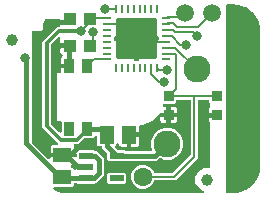
<source format=gbr>
G04 EAGLE Gerber RS-274X export*
G75*
%MOMM*%
%FSLAX34Y34*%
%LPD*%
%INTop Copper*%
%IPPOS*%
%AMOC8*
5,1,8,0,0,1.08239X$1,22.5*%
G01*
%ADD10C,1.000000*%
%ADD11R,1.240000X1.500000*%
%ADD12R,1.500000X1.240000*%
%ADD13R,0.900000X0.900000*%
%ADD14C,0.350000*%
%ADD15R,0.250000X0.800000*%
%ADD16R,0.800000X0.250000*%
%ADD17C,1.500000*%
%ADD18R,1.075000X1.000000*%
%ADD19R,1.200000X0.550000*%
%ADD20C,1.600000*%
%ADD21R,0.900000X1.200000*%
%ADD22C,2.286000*%
%ADD23C,0.406400*%
%ADD24C,0.800100*%
%ADD25C,0.203200*%
%ADD26C,0.304800*%

G36*
X290852Y-80007D02*
X290852Y-80007D01*
X290930Y-80005D01*
X294307Y-79740D01*
X294375Y-79726D01*
X294444Y-79721D01*
X294600Y-79681D01*
X301024Y-77594D01*
X301131Y-77544D01*
X301242Y-77500D01*
X301293Y-77467D01*
X301312Y-77459D01*
X301327Y-77446D01*
X301378Y-77414D01*
X306842Y-73443D01*
X306929Y-73362D01*
X306976Y-73323D01*
X306982Y-73319D01*
X306983Y-73318D01*
X307021Y-73286D01*
X307059Y-73240D01*
X307074Y-73226D01*
X307085Y-73208D01*
X307123Y-73162D01*
X311094Y-67698D01*
X311151Y-67594D01*
X311215Y-67494D01*
X311237Y-67437D01*
X311247Y-67419D01*
X311252Y-67399D01*
X311274Y-67344D01*
X313361Y-60920D01*
X313374Y-60852D01*
X313397Y-60786D01*
X313420Y-60627D01*
X313685Y-57250D01*
X313685Y-57246D01*
X313686Y-57243D01*
X313685Y-57224D01*
X313689Y-57150D01*
X313689Y57150D01*
X313687Y57172D01*
X313685Y57250D01*
X313420Y60627D01*
X313406Y60695D01*
X313401Y60764D01*
X313361Y60920D01*
X311274Y67344D01*
X311224Y67451D01*
X311180Y67562D01*
X311147Y67613D01*
X311139Y67632D01*
X311126Y67647D01*
X311094Y67698D01*
X307123Y73162D01*
X307042Y73249D01*
X306966Y73341D01*
X306920Y73379D01*
X306906Y73394D01*
X306888Y73405D01*
X306842Y73443D01*
X301378Y77414D01*
X301274Y77471D01*
X301174Y77535D01*
X301117Y77557D01*
X301099Y77567D01*
X301079Y77572D01*
X301024Y77594D01*
X294600Y79681D01*
X294532Y79694D01*
X294466Y79717D01*
X294307Y79740D01*
X290930Y80005D01*
X290908Y80004D01*
X290830Y80009D01*
X285750Y80009D01*
X285632Y79994D01*
X285513Y79987D01*
X285475Y79974D01*
X285434Y79969D01*
X285324Y79926D01*
X285211Y79889D01*
X285176Y79867D01*
X285139Y79852D01*
X285043Y79783D01*
X284942Y79719D01*
X284914Y79689D01*
X284881Y79666D01*
X284806Y79574D01*
X284724Y79487D01*
X284704Y79452D01*
X284679Y79421D01*
X284628Y79313D01*
X284570Y79209D01*
X284560Y79169D01*
X284543Y79133D01*
X284521Y79016D01*
X284491Y78901D01*
X284487Y78841D01*
X284483Y78821D01*
X284485Y78800D01*
X284481Y78740D01*
X284481Y-78740D01*
X284496Y-78858D01*
X284503Y-78977D01*
X284516Y-79015D01*
X284521Y-79056D01*
X284564Y-79166D01*
X284601Y-79279D01*
X284623Y-79314D01*
X284638Y-79351D01*
X284708Y-79447D01*
X284771Y-79548D01*
X284801Y-79576D01*
X284824Y-79609D01*
X284916Y-79685D01*
X285003Y-79766D01*
X285038Y-79786D01*
X285069Y-79811D01*
X285177Y-79862D01*
X285281Y-79920D01*
X285321Y-79930D01*
X285357Y-79947D01*
X285474Y-79969D01*
X285589Y-79999D01*
X285650Y-80003D01*
X285670Y-80007D01*
X285690Y-80005D01*
X285750Y-80009D01*
X290830Y-80009D01*
X290852Y-80007D01*
G37*
G36*
X264804Y-80007D02*
X264804Y-80007D01*
X264824Y-80009D01*
X264945Y-79987D01*
X265066Y-79969D01*
X265084Y-79961D01*
X265103Y-79958D01*
X265214Y-79903D01*
X265326Y-79853D01*
X265341Y-79841D01*
X265358Y-79832D01*
X265449Y-79749D01*
X265543Y-79670D01*
X265553Y-79653D01*
X265568Y-79640D01*
X265632Y-79535D01*
X265700Y-79433D01*
X265706Y-79414D01*
X265716Y-79398D01*
X265749Y-79279D01*
X265786Y-79162D01*
X265786Y-79142D01*
X265792Y-79123D01*
X265790Y-79001D01*
X265793Y-78878D01*
X265788Y-78859D01*
X265788Y-78839D01*
X265752Y-78721D01*
X265721Y-78603D01*
X265711Y-78586D01*
X265706Y-78567D01*
X265639Y-78464D01*
X265576Y-78358D01*
X265562Y-78345D01*
X265551Y-78328D01*
X265494Y-78282D01*
X265369Y-78164D01*
X265323Y-78140D01*
X265292Y-78115D01*
X261348Y-75837D01*
X258691Y-71236D01*
X258691Y-65924D01*
X261348Y-61323D01*
X265949Y-58666D01*
X269875Y-58666D01*
X269933Y-58658D01*
X269991Y-58660D01*
X270073Y-58638D01*
X270157Y-58626D01*
X270210Y-58603D01*
X270266Y-58588D01*
X270339Y-58545D01*
X270416Y-58510D01*
X270461Y-58472D01*
X270511Y-58443D01*
X270569Y-58381D01*
X270633Y-58327D01*
X270665Y-58278D01*
X270705Y-58235D01*
X270744Y-58160D01*
X270791Y-58090D01*
X270808Y-58034D01*
X270835Y-57982D01*
X270846Y-57914D01*
X270876Y-57819D01*
X270879Y-57719D01*
X270890Y-57651D01*
X270890Y-20579D01*
X270878Y-20492D01*
X270875Y-20405D01*
X270858Y-20352D01*
X270850Y-20297D01*
X270815Y-20218D01*
X270788Y-20134D01*
X270760Y-20095D01*
X270734Y-20038D01*
X270638Y-19925D01*
X270593Y-19861D01*
X270507Y-19775D01*
X270172Y-19196D01*
X269999Y-18549D01*
X269999Y-15737D01*
X270073Y-15718D01*
X270157Y-15706D01*
X270210Y-15682D01*
X270266Y-15668D01*
X270339Y-15625D01*
X270416Y-15590D01*
X270461Y-15552D01*
X270511Y-15522D01*
X270569Y-15461D01*
X270633Y-15406D01*
X270665Y-15358D01*
X270705Y-15315D01*
X270744Y-15240D01*
X270791Y-15170D01*
X270808Y-15114D01*
X270835Y-15062D01*
X270846Y-14994D01*
X270876Y-14899D01*
X270879Y-14799D01*
X270890Y-14731D01*
X270890Y-12699D01*
X270882Y-12641D01*
X270884Y-12583D01*
X270862Y-12501D01*
X270850Y-12418D01*
X270827Y-12364D01*
X270812Y-12308D01*
X270769Y-12235D01*
X270734Y-12158D01*
X270696Y-12113D01*
X270667Y-12063D01*
X270605Y-12005D01*
X270551Y-11941D01*
X270502Y-11909D01*
X270459Y-11869D01*
X270384Y-11830D01*
X270314Y-11784D01*
X270258Y-11766D01*
X270206Y-11739D01*
X270138Y-11728D01*
X270043Y-11698D01*
X269999Y-11697D01*
X269999Y-8881D01*
X270172Y-8234D01*
X270507Y-7655D01*
X270593Y-7569D01*
X270645Y-7499D01*
X270705Y-7435D01*
X270731Y-7386D01*
X270764Y-7342D01*
X270795Y-7260D01*
X270835Y-7182D01*
X270843Y-7135D01*
X270865Y-7076D01*
X270877Y-6928D01*
X270890Y-6851D01*
X270890Y-3860D01*
X270882Y-3803D01*
X270884Y-3749D01*
X270876Y-3722D01*
X270875Y-3686D01*
X270858Y-3634D01*
X270850Y-3579D01*
X270823Y-3519D01*
X270812Y-3474D01*
X270800Y-3455D01*
X270788Y-3416D01*
X270760Y-3377D01*
X270734Y-3320D01*
X270686Y-3263D01*
X270667Y-3230D01*
X270632Y-3197D01*
X270593Y-3143D01*
X270507Y-3057D01*
X270507Y-1779D01*
X270500Y-1730D01*
X270501Y-1719D01*
X270499Y-1714D01*
X270501Y-1663D01*
X270479Y-1581D01*
X270467Y-1497D01*
X270444Y-1444D01*
X270429Y-1388D01*
X270386Y-1315D01*
X270351Y-1238D01*
X270313Y-1193D01*
X270284Y-1143D01*
X270222Y-1085D01*
X270168Y-1021D01*
X270119Y-989D01*
X270076Y-949D01*
X270001Y-910D01*
X269931Y-863D01*
X269875Y-846D01*
X269823Y-819D01*
X269755Y-808D01*
X269660Y-778D01*
X269560Y-775D01*
X269492Y-764D01*
X261874Y-764D01*
X261816Y-772D01*
X261758Y-770D01*
X261676Y-792D01*
X261592Y-804D01*
X261539Y-827D01*
X261483Y-842D01*
X261410Y-885D01*
X261333Y-920D01*
X261288Y-958D01*
X261238Y-987D01*
X261180Y-1049D01*
X261116Y-1103D01*
X261084Y-1152D01*
X261044Y-1195D01*
X261005Y-1270D01*
X260958Y-1340D01*
X260941Y-1396D01*
X260914Y-1448D01*
X260903Y-1516D01*
X260873Y-1611D01*
X260870Y-1711D01*
X260859Y-1779D01*
X260859Y-50158D01*
X241928Y-69089D01*
X224270Y-69089D01*
X224268Y-69089D01*
X224267Y-69089D01*
X224127Y-69109D01*
X223988Y-69129D01*
X223987Y-69129D01*
X223985Y-69129D01*
X223859Y-69186D01*
X223729Y-69245D01*
X223728Y-69246D01*
X223726Y-69247D01*
X223619Y-69338D01*
X223512Y-69428D01*
X223511Y-69430D01*
X223510Y-69431D01*
X223502Y-69444D01*
X223354Y-69665D01*
X223345Y-69694D01*
X223332Y-69715D01*
X222500Y-71723D01*
X219678Y-74545D01*
X215991Y-76073D01*
X211999Y-76073D01*
X208312Y-74545D01*
X205490Y-71723D01*
X203962Y-68036D01*
X203962Y-64044D01*
X205490Y-60357D01*
X208312Y-57535D01*
X211999Y-56007D01*
X215991Y-56007D01*
X219678Y-57535D01*
X222500Y-60357D01*
X223332Y-62365D01*
X223333Y-62366D01*
X223333Y-62367D01*
X223405Y-62488D01*
X223476Y-62609D01*
X223478Y-62610D01*
X223478Y-62612D01*
X223583Y-62710D01*
X223683Y-62805D01*
X223685Y-62805D01*
X223686Y-62806D01*
X223811Y-62871D01*
X223936Y-62935D01*
X223937Y-62935D01*
X223939Y-62936D01*
X223954Y-62938D01*
X224215Y-62990D01*
X224245Y-62987D01*
X224270Y-62991D01*
X238982Y-62991D01*
X239068Y-62979D01*
X239156Y-62976D01*
X239208Y-62959D01*
X239263Y-62951D01*
X239343Y-62916D01*
X239426Y-62889D01*
X239465Y-62861D01*
X239523Y-62835D01*
X239636Y-62739D01*
X239700Y-62694D01*
X254464Y-47930D01*
X254516Y-47860D01*
X254576Y-47796D01*
X254602Y-47746D01*
X254635Y-47702D01*
X254666Y-47621D01*
X254706Y-47543D01*
X254714Y-47495D01*
X254736Y-47437D01*
X254748Y-47289D01*
X254761Y-47212D01*
X254761Y-1779D01*
X254754Y-1730D01*
X254755Y-1719D01*
X254753Y-1714D01*
X254755Y-1663D01*
X254733Y-1581D01*
X254721Y-1497D01*
X254698Y-1444D01*
X254683Y-1388D01*
X254640Y-1315D01*
X254605Y-1238D01*
X254567Y-1193D01*
X254538Y-1143D01*
X254476Y-1085D01*
X254422Y-1021D01*
X254373Y-989D01*
X254330Y-949D01*
X254255Y-910D01*
X254185Y-863D01*
X254129Y-846D01*
X254077Y-819D01*
X254009Y-808D01*
X253914Y-778D01*
X253814Y-775D01*
X253746Y-764D01*
X243588Y-764D01*
X243530Y-772D01*
X243472Y-770D01*
X243390Y-792D01*
X243306Y-804D01*
X243253Y-827D01*
X243197Y-842D01*
X243124Y-885D01*
X243047Y-920D01*
X243002Y-958D01*
X242952Y-987D01*
X242894Y-1049D01*
X242830Y-1103D01*
X242798Y-1152D01*
X242758Y-1195D01*
X242719Y-1270D01*
X242672Y-1340D01*
X242655Y-1396D01*
X242628Y-1448D01*
X242617Y-1516D01*
X242587Y-1611D01*
X242584Y-1711D01*
X242573Y-1779D01*
X242573Y-3057D01*
X241382Y-4248D01*
X232326Y-4248D01*
X232324Y-4248D01*
X232322Y-4248D01*
X232182Y-4268D01*
X232044Y-4288D01*
X232043Y-4288D01*
X232041Y-4288D01*
X231911Y-4347D01*
X231785Y-4404D01*
X231784Y-4405D01*
X231782Y-4406D01*
X231675Y-4496D01*
X231568Y-4587D01*
X231567Y-4589D01*
X231566Y-4590D01*
X231558Y-4602D01*
X231410Y-4824D01*
X231401Y-4853D01*
X231388Y-4874D01*
X231224Y-5271D01*
X231195Y-5381D01*
X231160Y-5491D01*
X231160Y-5519D01*
X231153Y-5546D01*
X231156Y-5660D01*
X231153Y-5775D01*
X231160Y-5802D01*
X231161Y-5830D01*
X231196Y-5940D01*
X231225Y-6050D01*
X231239Y-6074D01*
X231247Y-6101D01*
X231312Y-6196D01*
X231370Y-6295D01*
X231390Y-6314D01*
X231406Y-6337D01*
X231494Y-6411D01*
X231577Y-6489D01*
X231602Y-6502D01*
X231623Y-6520D01*
X231728Y-6566D01*
X231831Y-6619D01*
X231855Y-6623D01*
X231883Y-6635D01*
X232147Y-6672D01*
X232162Y-6674D01*
X234009Y-6674D01*
X234009Y-11684D01*
X229245Y-11684D01*
X229244Y-11684D01*
X229242Y-11684D01*
X229100Y-11704D01*
X228964Y-11724D01*
X228963Y-11724D01*
X228961Y-11724D01*
X228829Y-11784D01*
X228705Y-11840D01*
X228703Y-11841D01*
X228702Y-11842D01*
X228593Y-11935D01*
X228488Y-12024D01*
X228487Y-12025D01*
X228485Y-12026D01*
X228477Y-12039D01*
X228330Y-12260D01*
X228321Y-12289D01*
X228307Y-12311D01*
X228235Y-12485D01*
X222035Y-18685D01*
X213934Y-22041D01*
X212296Y-22041D01*
X212238Y-22049D01*
X212180Y-22047D01*
X212098Y-22069D01*
X212014Y-22081D01*
X211961Y-22104D01*
X211905Y-22119D01*
X211832Y-22162D01*
X211755Y-22197D01*
X211710Y-22235D01*
X211660Y-22264D01*
X211602Y-22326D01*
X211538Y-22380D01*
X211506Y-22429D01*
X211466Y-22472D01*
X211427Y-22547D01*
X211380Y-22617D01*
X211363Y-22673D01*
X211336Y-22725D01*
X211325Y-22793D01*
X211295Y-22888D01*
X211292Y-22988D01*
X211281Y-23056D01*
X211281Y-28449D01*
X203556Y-28449D01*
X203498Y-28457D01*
X203440Y-28455D01*
X203358Y-28477D01*
X203275Y-28489D01*
X203221Y-28513D01*
X203165Y-28527D01*
X203092Y-28570D01*
X203015Y-28605D01*
X202971Y-28643D01*
X202920Y-28673D01*
X202863Y-28734D01*
X202798Y-28789D01*
X202766Y-28837D01*
X202726Y-28880D01*
X202687Y-28955D01*
X202641Y-29025D01*
X202623Y-29081D01*
X202596Y-29133D01*
X202585Y-29201D01*
X202555Y-29296D01*
X202552Y-29396D01*
X202541Y-29464D01*
X202541Y-30481D01*
X201524Y-30481D01*
X201466Y-30489D01*
X201408Y-30488D01*
X201326Y-30509D01*
X201243Y-30521D01*
X201189Y-30545D01*
X201133Y-30559D01*
X201060Y-30602D01*
X200983Y-30637D01*
X200938Y-30675D01*
X200888Y-30705D01*
X200830Y-30766D01*
X200766Y-30821D01*
X200734Y-30869D01*
X200694Y-30912D01*
X200655Y-30987D01*
X200609Y-31057D01*
X200591Y-31113D01*
X200564Y-31165D01*
X200553Y-31233D01*
X200523Y-31328D01*
X200520Y-31428D01*
X200509Y-31496D01*
X200509Y-40521D01*
X196006Y-40521D01*
X195359Y-40348D01*
X194780Y-40013D01*
X194307Y-39540D01*
X193972Y-38961D01*
X193769Y-38200D01*
X193765Y-38191D01*
X193763Y-38181D01*
X193709Y-38060D01*
X193657Y-37939D01*
X193651Y-37931D01*
X193647Y-37922D01*
X193562Y-37821D01*
X193478Y-37718D01*
X193470Y-37712D01*
X193463Y-37705D01*
X193353Y-37632D01*
X193244Y-37556D01*
X193235Y-37553D01*
X193227Y-37547D01*
X193100Y-37507D01*
X192975Y-37465D01*
X192965Y-37465D01*
X192956Y-37462D01*
X192823Y-37458D01*
X192691Y-37452D01*
X192681Y-37455D01*
X192672Y-37454D01*
X192544Y-37488D01*
X192415Y-37519D01*
X192406Y-37524D01*
X192397Y-37526D01*
X192283Y-37594D01*
X192167Y-37659D01*
X192161Y-37666D01*
X192152Y-37671D01*
X192062Y-37768D01*
X191969Y-37863D01*
X191964Y-37872D01*
X191958Y-37879D01*
X191898Y-37996D01*
X191835Y-38114D01*
X191833Y-38123D01*
X191828Y-38132D01*
X191819Y-38187D01*
X191775Y-38392D01*
X191779Y-38427D01*
X191773Y-38463D01*
X191773Y-38822D01*
X190782Y-39812D01*
X190747Y-39859D01*
X190705Y-39899D01*
X190662Y-39972D01*
X190612Y-40039D01*
X190591Y-40094D01*
X190561Y-40145D01*
X190540Y-40226D01*
X190510Y-40305D01*
X190505Y-40363D01*
X190491Y-40420D01*
X190494Y-40504D01*
X190487Y-40588D01*
X190498Y-40646D01*
X190500Y-40704D01*
X190526Y-40785D01*
X190543Y-40867D01*
X190570Y-40919D01*
X190588Y-40975D01*
X190628Y-41031D01*
X190674Y-41119D01*
X190742Y-41192D01*
X190782Y-41248D01*
X192739Y-43205D01*
X192809Y-43257D01*
X192873Y-43317D01*
X192922Y-43343D01*
X192967Y-43376D01*
X193048Y-43407D01*
X193126Y-43447D01*
X193174Y-43455D01*
X193232Y-43477D01*
X193380Y-43489D01*
X193457Y-43502D01*
X198913Y-43502D01*
X199334Y-43923D01*
X199403Y-43975D01*
X199467Y-44035D01*
X199517Y-44061D01*
X199561Y-44094D01*
X199643Y-44125D01*
X199720Y-44165D01*
X199768Y-44173D01*
X199826Y-44195D01*
X199974Y-44207D01*
X200052Y-44220D01*
X221394Y-44220D01*
X221507Y-44204D01*
X221622Y-44194D01*
X221648Y-44184D01*
X221675Y-44180D01*
X221780Y-44133D01*
X221887Y-44092D01*
X221909Y-44076D01*
X221935Y-44064D01*
X222022Y-43990D01*
X222114Y-43921D01*
X222130Y-43898D01*
X222152Y-43881D01*
X222215Y-43785D01*
X222284Y-43693D01*
X222294Y-43667D01*
X222309Y-43644D01*
X222344Y-43534D01*
X222384Y-43427D01*
X222387Y-43399D01*
X222395Y-43373D01*
X222398Y-43258D01*
X222407Y-43144D01*
X222401Y-43119D01*
X222402Y-43089D01*
X222335Y-42832D01*
X222332Y-42816D01*
X221487Y-40778D01*
X221487Y-35422D01*
X223537Y-30474D01*
X227324Y-26687D01*
X232272Y-24637D01*
X237628Y-24637D01*
X242576Y-26687D01*
X246363Y-30474D01*
X248413Y-35422D01*
X248413Y-40778D01*
X246363Y-45726D01*
X242576Y-49513D01*
X237628Y-51563D01*
X232272Y-51563D01*
X229338Y-50347D01*
X229336Y-50347D01*
X229335Y-50346D01*
X229202Y-50312D01*
X229062Y-50276D01*
X229061Y-50276D01*
X229059Y-50276D01*
X228918Y-50280D01*
X228778Y-50284D01*
X228777Y-50285D01*
X228775Y-50285D01*
X228641Y-50328D01*
X228507Y-50371D01*
X228506Y-50372D01*
X228504Y-50372D01*
X228492Y-50381D01*
X228271Y-50529D01*
X228251Y-50553D01*
X228231Y-50567D01*
X226449Y-52350D01*
X200052Y-52350D01*
X199965Y-52362D01*
X199877Y-52365D01*
X199825Y-52382D01*
X199770Y-52390D01*
X199690Y-52425D01*
X199607Y-52452D01*
X199568Y-52480D01*
X199511Y-52506D01*
X199397Y-52602D01*
X199334Y-52647D01*
X198913Y-53068D01*
X185229Y-53068D01*
X184038Y-51877D01*
X184038Y-46421D01*
X184026Y-46335D01*
X184023Y-46247D01*
X184006Y-46195D01*
X183998Y-46140D01*
X183963Y-46060D01*
X183936Y-45977D01*
X183908Y-45937D01*
X183882Y-45880D01*
X183786Y-45767D01*
X183741Y-45703D01*
X179475Y-41438D01*
X179475Y-41028D01*
X179467Y-40970D01*
X179469Y-40912D01*
X179447Y-40830D01*
X179435Y-40746D01*
X179412Y-40693D01*
X179397Y-40637D01*
X179354Y-40564D01*
X179319Y-40487D01*
X179281Y-40442D01*
X179252Y-40392D01*
X179190Y-40334D01*
X179136Y-40270D01*
X179087Y-40238D01*
X179044Y-40198D01*
X178969Y-40159D01*
X178899Y-40112D01*
X178843Y-40095D01*
X178791Y-40068D01*
X178723Y-40057D01*
X178628Y-40027D01*
X178528Y-40024D01*
X178460Y-40013D01*
X176498Y-40013D01*
X175307Y-38822D01*
X175307Y-32633D01*
X175303Y-32604D01*
X175306Y-32575D01*
X175283Y-32464D01*
X175267Y-32352D01*
X175255Y-32325D01*
X175250Y-32296D01*
X175197Y-32196D01*
X175151Y-32093D01*
X175132Y-32070D01*
X175119Y-32044D01*
X175041Y-31962D01*
X174968Y-31876D01*
X174943Y-31859D01*
X174923Y-31838D01*
X174825Y-31781D01*
X174731Y-31718D01*
X174703Y-31709D01*
X174678Y-31694D01*
X174568Y-31666D01*
X174460Y-31632D01*
X174430Y-31631D01*
X174402Y-31624D01*
X174289Y-31628D01*
X174176Y-31625D01*
X174147Y-31632D01*
X174118Y-31633D01*
X174010Y-31668D01*
X173901Y-31697D01*
X173875Y-31712D01*
X173847Y-31721D01*
X173783Y-31766D01*
X173656Y-31842D01*
X173613Y-31888D01*
X173574Y-31916D01*
X172227Y-33263D01*
X165228Y-33263D01*
X165141Y-33275D01*
X165054Y-33278D01*
X165001Y-33295D01*
X164946Y-33303D01*
X164866Y-33338D01*
X164783Y-33365D01*
X164744Y-33393D01*
X164687Y-33419D01*
X164574Y-33515D01*
X164510Y-33560D01*
X159588Y-38482D01*
X156528Y-38482D01*
X156490Y-38487D01*
X156451Y-38485D01*
X156349Y-38507D01*
X156247Y-38522D01*
X156211Y-38538D01*
X156173Y-38546D01*
X156082Y-38595D01*
X155988Y-38638D01*
X155958Y-38663D01*
X155923Y-38682D01*
X155849Y-38755D01*
X155771Y-38821D01*
X155749Y-38854D01*
X155721Y-38881D01*
X155670Y-38972D01*
X155613Y-39058D01*
X155601Y-39095D01*
X155582Y-39129D01*
X155558Y-39230D01*
X155527Y-39329D01*
X155526Y-39368D01*
X155517Y-39406D01*
X155523Y-39510D01*
X155520Y-39613D01*
X155530Y-39651D01*
X155532Y-39690D01*
X155559Y-39763D01*
X155592Y-39888D01*
X155630Y-39952D01*
X155649Y-40005D01*
X155918Y-40469D01*
X156091Y-41116D01*
X156091Y-44188D01*
X156095Y-44217D01*
X156092Y-44246D01*
X156115Y-44357D01*
X156131Y-44469D01*
X156143Y-44496D01*
X156148Y-44525D01*
X156201Y-44625D01*
X156247Y-44728D01*
X156266Y-44751D01*
X156279Y-44777D01*
X156357Y-44859D01*
X156430Y-44945D01*
X156455Y-44962D01*
X156475Y-44983D01*
X156573Y-45040D01*
X156667Y-45103D01*
X156695Y-45112D01*
X156720Y-45127D01*
X156830Y-45155D01*
X156938Y-45189D01*
X156968Y-45190D01*
X156996Y-45197D01*
X157109Y-45193D01*
X157222Y-45196D01*
X157251Y-45189D01*
X157280Y-45188D01*
X157388Y-45153D01*
X157497Y-45124D01*
X157523Y-45109D01*
X157551Y-45100D01*
X157615Y-45055D01*
X157742Y-44979D01*
X157785Y-44933D01*
X157824Y-44905D01*
X159227Y-43502D01*
X172911Y-43502D01*
X173332Y-43923D01*
X173401Y-43975D01*
X173465Y-44035D01*
X173515Y-44061D01*
X173559Y-44094D01*
X173641Y-44125D01*
X173718Y-44165D01*
X173766Y-44173D01*
X173824Y-44195D01*
X173972Y-44207D01*
X174050Y-44220D01*
X175699Y-44220D01*
X181230Y-49751D01*
X181230Y-64549D01*
X174429Y-71350D01*
X174049Y-71350D01*
X173963Y-71362D01*
X173875Y-71365D01*
X173823Y-71382D01*
X173768Y-71390D01*
X173688Y-71425D01*
X173605Y-71452D01*
X173566Y-71480D01*
X173509Y-71506D01*
X173395Y-71602D01*
X173332Y-71647D01*
X172911Y-72068D01*
X159227Y-72068D01*
X158806Y-71647D01*
X158737Y-71595D01*
X158673Y-71535D01*
X158623Y-71509D01*
X158579Y-71476D01*
X158497Y-71445D01*
X158420Y-71405D01*
X158372Y-71397D01*
X158314Y-71375D01*
X158166Y-71363D01*
X158088Y-71350D01*
X156598Y-71350D01*
X156540Y-71358D01*
X156482Y-71356D01*
X156400Y-71378D01*
X156316Y-71390D01*
X156263Y-71413D01*
X156207Y-71428D01*
X156134Y-71471D01*
X156057Y-71506D01*
X156012Y-71544D01*
X155962Y-71573D01*
X155904Y-71635D01*
X155840Y-71689D01*
X155808Y-71738D01*
X155768Y-71781D01*
X155729Y-71856D01*
X155682Y-71926D01*
X155665Y-71982D01*
X155638Y-72034D01*
X155627Y-72102D01*
X155597Y-72197D01*
X155594Y-72297D01*
X155583Y-72365D01*
X155583Y-73692D01*
X154392Y-74883D01*
X139289Y-74883D01*
X139181Y-74898D01*
X139073Y-74906D01*
X139041Y-74918D01*
X139007Y-74923D01*
X138908Y-74967D01*
X138806Y-75005D01*
X138779Y-75025D01*
X138748Y-75039D01*
X138665Y-75109D01*
X138577Y-75174D01*
X138557Y-75201D01*
X138531Y-75222D01*
X138471Y-75313D01*
X138404Y-75399D01*
X138392Y-75431D01*
X138373Y-75459D01*
X138340Y-75563D01*
X138301Y-75664D01*
X138298Y-75698D01*
X138287Y-75730D01*
X138285Y-75839D01*
X138275Y-75947D01*
X138281Y-75980D01*
X138280Y-76014D01*
X138308Y-76119D01*
X138328Y-76226D01*
X138343Y-76257D01*
X138352Y-76289D01*
X138407Y-76383D01*
X138457Y-76480D01*
X138478Y-76502D01*
X138497Y-76534D01*
X138657Y-76683D01*
X138692Y-76719D01*
X140153Y-77781D01*
X140404Y-77914D01*
X140420Y-77917D01*
X140432Y-77923D01*
X140433Y-77924D01*
X140436Y-77925D01*
X145991Y-79730D01*
X146151Y-79758D01*
X146225Y-79776D01*
X149145Y-80006D01*
X149190Y-80003D01*
X149225Y-80009D01*
X264785Y-80009D01*
X264804Y-80007D01*
G37*
G36*
X135081Y-51135D02*
X135081Y-51135D01*
X135110Y-51136D01*
X135220Y-51107D01*
X135331Y-51085D01*
X135357Y-51071D01*
X135385Y-51064D01*
X135483Y-51006D01*
X135583Y-50954D01*
X135605Y-50934D01*
X135630Y-50919D01*
X135707Y-50836D01*
X135789Y-50758D01*
X135804Y-50733D01*
X135824Y-50711D01*
X135876Y-50611D01*
X135933Y-50513D01*
X135940Y-50484D01*
X135954Y-50458D01*
X135967Y-50381D01*
X136003Y-50237D01*
X136001Y-50175D01*
X136009Y-50127D01*
X136009Y-49681D01*
X145034Y-49681D01*
X145092Y-49673D01*
X145150Y-49674D01*
X145232Y-49653D01*
X145315Y-49641D01*
X145369Y-49617D01*
X145425Y-49603D01*
X145498Y-49560D01*
X145575Y-49525D01*
X145619Y-49487D01*
X145670Y-49457D01*
X145727Y-49396D01*
X145792Y-49341D01*
X145824Y-49293D01*
X145864Y-49250D01*
X145903Y-49175D01*
X145949Y-49105D01*
X145967Y-49049D01*
X145994Y-48997D01*
X146005Y-48929D01*
X146035Y-48834D01*
X146038Y-48734D01*
X146049Y-48666D01*
X146049Y-46634D01*
X146041Y-46576D01*
X146042Y-46518D01*
X146021Y-46436D01*
X146009Y-46353D01*
X145985Y-46299D01*
X145971Y-46243D01*
X145928Y-46170D01*
X145893Y-46093D01*
X145855Y-46048D01*
X145825Y-45998D01*
X145764Y-45940D01*
X145709Y-45876D01*
X145661Y-45844D01*
X145618Y-45804D01*
X145543Y-45765D01*
X145473Y-45719D01*
X145417Y-45701D01*
X145365Y-45674D01*
X145297Y-45663D01*
X145202Y-45633D01*
X145102Y-45630D01*
X145034Y-45619D01*
X136009Y-45619D01*
X136009Y-41116D01*
X136182Y-40469D01*
X136517Y-39890D01*
X136990Y-39417D01*
X137569Y-39082D01*
X138216Y-38909D01*
X141489Y-38909D01*
X141518Y-38905D01*
X141548Y-38908D01*
X141659Y-38885D01*
X141771Y-38869D01*
X141797Y-38857D01*
X141826Y-38852D01*
X141927Y-38800D01*
X142030Y-38753D01*
X142053Y-38734D01*
X142079Y-38721D01*
X142161Y-38643D01*
X142247Y-38570D01*
X142263Y-38545D01*
X142285Y-38525D01*
X142342Y-38427D01*
X142405Y-38333D01*
X142414Y-38305D01*
X142428Y-38280D01*
X142456Y-38170D01*
X142491Y-38062D01*
X142491Y-38032D01*
X142499Y-38004D01*
X142495Y-37891D01*
X142498Y-37778D01*
X142490Y-37749D01*
X142489Y-37720D01*
X142455Y-37612D01*
X142426Y-37503D01*
X142411Y-37477D01*
X142402Y-37449D01*
X142356Y-37386D01*
X142281Y-37258D01*
X142235Y-37215D01*
X142207Y-37176D01*
X129158Y-24127D01*
X129158Y48463D01*
X141402Y60707D01*
X143426Y60707D01*
X143475Y60714D01*
X143523Y60711D01*
X143615Y60733D01*
X143708Y60747D01*
X143752Y60767D01*
X143800Y60778D01*
X143881Y60824D01*
X143967Y60863D01*
X144004Y60894D01*
X144047Y60918D01*
X144113Y60986D01*
X144184Y61046D01*
X144211Y61087D01*
X144245Y61122D01*
X144290Y61205D01*
X144342Y61283D01*
X144357Y61330D01*
X144380Y61373D01*
X144399Y61465D01*
X144428Y61554D01*
X144429Y61603D01*
X144439Y61651D01*
X144432Y61725D01*
X144435Y61838D01*
X144413Y61922D01*
X144407Y61985D01*
X144239Y62611D01*
X144239Y66675D01*
X144231Y66733D01*
X144233Y66791D01*
X144211Y66873D01*
X144199Y66957D01*
X144176Y67010D01*
X144161Y67066D01*
X144118Y67139D01*
X144083Y67216D01*
X144045Y67261D01*
X144016Y67311D01*
X143954Y67369D01*
X143900Y67433D01*
X143851Y67465D01*
X143808Y67505D01*
X143733Y67544D01*
X143663Y67591D01*
X143607Y67608D01*
X143555Y67635D01*
X143487Y67646D01*
X143392Y67676D01*
X143292Y67679D01*
X143224Y67690D01*
X131900Y67690D01*
X131859Y67684D01*
X131817Y67687D01*
X131719Y67665D01*
X131619Y67650D01*
X131581Y67633D01*
X131540Y67624D01*
X131451Y67576D01*
X131359Y67534D01*
X131327Y67507D01*
X131291Y67487D01*
X131219Y67416D01*
X131142Y67351D01*
X131119Y67316D01*
X131090Y67286D01*
X131054Y67218D01*
X130985Y67114D01*
X130961Y67040D01*
X130935Y66989D01*
X129820Y63559D01*
X129792Y63399D01*
X129774Y63325D01*
X129544Y60405D01*
X129547Y60360D01*
X129541Y60325D01*
X129541Y59273D01*
X128052Y57784D01*
X121285Y57784D01*
X121227Y57776D01*
X121169Y57778D01*
X121087Y57756D01*
X121004Y57744D01*
X120950Y57721D01*
X120894Y57706D01*
X120821Y57663D01*
X120744Y57628D01*
X120699Y57590D01*
X120649Y57561D01*
X120591Y57499D01*
X120527Y57445D01*
X120495Y57396D01*
X120455Y57353D01*
X120416Y57278D01*
X120370Y57208D01*
X120352Y57152D01*
X120325Y57100D01*
X120314Y57032D01*
X120284Y56937D01*
X120281Y56837D01*
X120270Y56769D01*
X120270Y35845D01*
X120274Y35815D01*
X120272Y35784D01*
X120289Y35707D01*
X120310Y35564D01*
X120333Y35511D01*
X120333Y33081D01*
X120325Y33066D01*
X120312Y32989D01*
X120276Y32848D01*
X120278Y32783D01*
X120270Y32735D01*
X120270Y-36418D01*
X120277Y-36466D01*
X120276Y-36470D01*
X120278Y-36475D01*
X120282Y-36505D01*
X120285Y-36592D01*
X120302Y-36645D01*
X120310Y-36700D01*
X120345Y-36780D01*
X120372Y-36863D01*
X120400Y-36902D01*
X120426Y-36959D01*
X120522Y-37072D01*
X120567Y-37136D01*
X134276Y-50845D01*
X134300Y-50863D01*
X134319Y-50885D01*
X134413Y-50948D01*
X134503Y-51016D01*
X134531Y-51026D01*
X134555Y-51043D01*
X134663Y-51077D01*
X134769Y-51117D01*
X134798Y-51120D01*
X134826Y-51129D01*
X134940Y-51131D01*
X135052Y-51141D01*
X135081Y-51135D01*
G37*
G36*
X144424Y-28818D02*
X144424Y-28818D01*
X144453Y-28819D01*
X144563Y-28790D01*
X144674Y-28768D01*
X144700Y-28754D01*
X144728Y-28747D01*
X144826Y-28689D01*
X144926Y-28637D01*
X144948Y-28617D01*
X144973Y-28602D01*
X145050Y-28519D01*
X145132Y-28441D01*
X145147Y-28416D01*
X145167Y-28394D01*
X145219Y-28294D01*
X145276Y-28196D01*
X145283Y-28167D01*
X145297Y-28141D01*
X145310Y-28064D01*
X145346Y-27920D01*
X145344Y-27858D01*
X145352Y-27810D01*
X145352Y-20016D01*
X145344Y-19958D01*
X145346Y-19900D01*
X145324Y-19818D01*
X145312Y-19734D01*
X145289Y-19681D01*
X145274Y-19625D01*
X145231Y-19552D01*
X145196Y-19475D01*
X145158Y-19430D01*
X145129Y-19380D01*
X145067Y-19322D01*
X145013Y-19258D01*
X144964Y-19226D01*
X144921Y-19186D01*
X144846Y-19147D01*
X144776Y-19100D01*
X144720Y-19083D01*
X144668Y-19056D01*
X144600Y-19045D01*
X144505Y-19015D01*
X144405Y-19012D01*
X144337Y-19001D01*
X141115Y-19001D01*
X141114Y-19000D01*
X141114Y21540D01*
X141115Y21541D01*
X143829Y21541D01*
X143887Y21549D01*
X143945Y21547D01*
X144027Y21569D01*
X144111Y21581D01*
X144164Y21604D01*
X144220Y21619D01*
X144293Y21662D01*
X144370Y21697D01*
X144415Y21735D01*
X144465Y21764D01*
X144523Y21826D01*
X144587Y21880D01*
X144619Y21929D01*
X144659Y21972D01*
X144698Y22047D01*
X144745Y22117D01*
X144762Y22173D01*
X144789Y22225D01*
X144800Y22293D01*
X144830Y22388D01*
X144833Y22488D01*
X144844Y22556D01*
X144844Y25739D01*
X150869Y25739D01*
X150927Y25747D01*
X150985Y25745D01*
X151067Y25767D01*
X151150Y25779D01*
X151204Y25803D01*
X151260Y25817D01*
X151333Y25860D01*
X151410Y25895D01*
X151454Y25933D01*
X151505Y25963D01*
X151562Y26024D01*
X151627Y26079D01*
X151659Y26127D01*
X151699Y26170D01*
X151738Y26245D01*
X151784Y26315D01*
X151802Y26371D01*
X151829Y26423D01*
X151840Y26491D01*
X151870Y26586D01*
X151873Y26686D01*
X151884Y26754D01*
X151884Y27771D01*
X152901Y27771D01*
X152959Y27779D01*
X153017Y27778D01*
X153099Y27799D01*
X153182Y27811D01*
X153236Y27835D01*
X153292Y27849D01*
X153365Y27892D01*
X153442Y27927D01*
X153486Y27965D01*
X153537Y27995D01*
X153594Y28056D01*
X153659Y28111D01*
X153691Y28159D01*
X153731Y28202D01*
X153770Y28277D01*
X153816Y28347D01*
X153834Y28403D01*
X153861Y28455D01*
X153872Y28523D01*
X153902Y28618D01*
X153905Y28718D01*
X153916Y28786D01*
X153916Y36640D01*
X153929Y36650D01*
X153961Y36699D01*
X154001Y36742D01*
X154040Y36817D01*
X154086Y36887D01*
X154104Y36943D01*
X154131Y36995D01*
X154142Y37063D01*
X154172Y37158D01*
X154175Y37258D01*
X154186Y37326D01*
X154186Y44069D01*
X154178Y44127D01*
X154179Y44185D01*
X154158Y44267D01*
X154146Y44350D01*
X154122Y44404D01*
X154108Y44460D01*
X154065Y44533D01*
X154030Y44610D01*
X153992Y44654D01*
X153962Y44705D01*
X153901Y44762D01*
X153846Y44827D01*
X153798Y44859D01*
X153755Y44899D01*
X153680Y44938D01*
X153610Y44984D01*
X153554Y45002D01*
X153502Y45029D01*
X153434Y45040D01*
X153339Y45070D01*
X153239Y45073D01*
X153171Y45084D01*
X152154Y45084D01*
X152154Y46101D01*
X152146Y46159D01*
X152147Y46217D01*
X152126Y46299D01*
X152114Y46382D01*
X152090Y46436D01*
X152076Y46492D01*
X152033Y46565D01*
X151998Y46642D01*
X151960Y46686D01*
X151930Y46737D01*
X151869Y46794D01*
X151814Y46859D01*
X151766Y46891D01*
X151723Y46931D01*
X151648Y46970D01*
X151578Y47016D01*
X151522Y47034D01*
X151470Y47061D01*
X151402Y47072D01*
X151307Y47102D01*
X151207Y47105D01*
X151139Y47116D01*
X144239Y47116D01*
X144239Y50419D01*
X144380Y50946D01*
X144383Y50966D01*
X144390Y50984D01*
X144400Y51106D01*
X144415Y51228D01*
X144412Y51248D01*
X144413Y51267D01*
X144389Y51387D01*
X144370Y51509D01*
X144361Y51527D01*
X144357Y51546D01*
X144301Y51655D01*
X144248Y51766D01*
X144235Y51781D01*
X144226Y51798D01*
X144142Y51887D01*
X144061Y51980D01*
X144044Y51990D01*
X144031Y52004D01*
X143925Y52066D01*
X143821Y52133D01*
X143802Y52138D01*
X143785Y52148D01*
X143667Y52178D01*
X143548Y52213D01*
X143529Y52213D01*
X143510Y52218D01*
X143387Y52214D01*
X143264Y52215D01*
X143245Y52210D01*
X143226Y52209D01*
X143109Y52171D01*
X142991Y52138D01*
X142974Y52128D01*
X142955Y52122D01*
X142895Y52079D01*
X142749Y51988D01*
X142715Y51950D01*
X142682Y51927D01*
X136569Y45814D01*
X136517Y45744D01*
X136457Y45680D01*
X136431Y45631D01*
X136398Y45587D01*
X136367Y45505D01*
X136327Y45427D01*
X136319Y45380D01*
X136297Y45321D01*
X136285Y45174D01*
X136272Y45096D01*
X136272Y-20760D01*
X136284Y-20847D01*
X136287Y-20934D01*
X136304Y-20987D01*
X136312Y-21042D01*
X136347Y-21122D01*
X136374Y-21205D01*
X136402Y-21244D01*
X136428Y-21301D01*
X136524Y-21414D01*
X136569Y-21478D01*
X143619Y-28528D01*
X143643Y-28546D01*
X143662Y-28568D01*
X143756Y-28631D01*
X143846Y-28699D01*
X143874Y-28709D01*
X143898Y-28726D01*
X144006Y-28760D01*
X144112Y-28800D01*
X144141Y-28803D01*
X144169Y-28812D01*
X144283Y-28814D01*
X144395Y-28824D01*
X144424Y-28818D01*
G37*
G36*
X209989Y31841D02*
X209989Y31841D01*
X210047Y31839D01*
X210129Y31861D01*
X210212Y31873D01*
X210266Y31896D01*
X210322Y31911D01*
X210395Y31954D01*
X210472Y31989D01*
X210516Y32027D01*
X210567Y32056D01*
X210624Y32118D01*
X210689Y32172D01*
X210721Y32221D01*
X210761Y32264D01*
X210800Y32339D01*
X210846Y32409D01*
X210864Y32465D01*
X210891Y32517D01*
X210902Y32585D01*
X210932Y32680D01*
X210935Y32780D01*
X210946Y32848D01*
X210946Y48769D01*
X226359Y48769D01*
X226417Y48777D01*
X226475Y48775D01*
X226557Y48797D01*
X226641Y48809D01*
X226694Y48833D01*
X226750Y48847D01*
X226823Y48890D01*
X226900Y48925D01*
X226945Y48963D01*
X226995Y48993D01*
X227053Y49054D01*
X227117Y49109D01*
X227149Y49157D01*
X227189Y49200D01*
X227228Y49275D01*
X227275Y49345D01*
X227292Y49401D01*
X227319Y49453D01*
X227330Y49521D01*
X227360Y49616D01*
X227363Y49716D01*
X227374Y49784D01*
X227374Y49884D01*
X227547Y50531D01*
X227746Y50875D01*
X227783Y50965D01*
X227827Y51052D01*
X227833Y51091D01*
X227853Y51139D01*
X227870Y51310D01*
X227882Y51383D01*
X227882Y51816D01*
X227874Y51874D01*
X227876Y51932D01*
X227854Y52014D01*
X227842Y52097D01*
X227819Y52151D01*
X227804Y52207D01*
X227761Y52280D01*
X227726Y52357D01*
X227688Y52401D01*
X227659Y52452D01*
X227597Y52509D01*
X227543Y52574D01*
X227494Y52606D01*
X227451Y52646D01*
X227376Y52685D01*
X227306Y52731D01*
X227250Y52749D01*
X227198Y52776D01*
X227130Y52787D01*
X227035Y52817D01*
X226935Y52820D01*
X226867Y52831D01*
X210946Y52831D01*
X210946Y66675D01*
X210938Y66733D01*
X210939Y66791D01*
X210918Y66873D01*
X210906Y66957D01*
X210882Y67010D01*
X210868Y67066D01*
X210825Y67139D01*
X210790Y67216D01*
X210752Y67261D01*
X210722Y67311D01*
X210661Y67369D01*
X210606Y67433D01*
X210558Y67465D01*
X210515Y67505D01*
X210440Y67544D01*
X210370Y67591D01*
X210314Y67608D01*
X210262Y67635D01*
X210194Y67646D01*
X210099Y67676D01*
X209999Y67679D01*
X209931Y67690D01*
X207899Y67690D01*
X207841Y67682D01*
X207783Y67684D01*
X207701Y67662D01*
X207618Y67650D01*
X207564Y67627D01*
X207508Y67612D01*
X207435Y67569D01*
X207358Y67534D01*
X207313Y67496D01*
X207263Y67467D01*
X207205Y67405D01*
X207141Y67351D01*
X207109Y67302D01*
X207069Y67259D01*
X207030Y67184D01*
X206984Y67114D01*
X206966Y67058D01*
X206939Y67006D01*
X206928Y66938D01*
X206898Y66843D01*
X206895Y66743D01*
X206884Y66675D01*
X206884Y52831D01*
X190963Y52831D01*
X190905Y52823D01*
X190847Y52824D01*
X190765Y52803D01*
X190681Y52791D01*
X190628Y52767D01*
X190572Y52753D01*
X190499Y52710D01*
X190422Y52675D01*
X190377Y52637D01*
X190327Y52607D01*
X190269Y52546D01*
X190205Y52491D01*
X190173Y52443D01*
X190133Y52400D01*
X190094Y52325D01*
X190047Y52255D01*
X190030Y52199D01*
X190003Y52147D01*
X189992Y52079D01*
X189962Y51984D01*
X189959Y51884D01*
X189948Y51816D01*
X189948Y49784D01*
X189956Y49726D01*
X189954Y49668D01*
X189976Y49586D01*
X189988Y49503D01*
X190011Y49449D01*
X190026Y49393D01*
X190069Y49320D01*
X190104Y49243D01*
X190142Y49198D01*
X190171Y49148D01*
X190233Y49090D01*
X190287Y49026D01*
X190336Y48994D01*
X190379Y48954D01*
X190454Y48915D01*
X190524Y48869D01*
X190580Y48851D01*
X190632Y48824D01*
X190700Y48813D01*
X190795Y48783D01*
X190895Y48780D01*
X190963Y48769D01*
X206884Y48769D01*
X206884Y32848D01*
X206892Y32790D01*
X206890Y32732D01*
X206912Y32650D01*
X206924Y32566D01*
X206948Y32513D01*
X206962Y32457D01*
X207005Y32384D01*
X207040Y32307D01*
X207078Y32262D01*
X207108Y32212D01*
X207169Y32154D01*
X207224Y32090D01*
X207272Y32058D01*
X207315Y32018D01*
X207390Y31979D01*
X207460Y31932D01*
X207516Y31915D01*
X207568Y31888D01*
X207636Y31877D01*
X207731Y31847D01*
X207831Y31844D01*
X207899Y31833D01*
X209931Y31833D01*
X209989Y31841D01*
G37*
%LPC*%
G36*
X185229Y-72068D02*
X185229Y-72068D01*
X184038Y-70877D01*
X184038Y-63693D01*
X185229Y-62502D01*
X198913Y-62502D01*
X200104Y-63693D01*
X200104Y-70877D01*
X198913Y-72068D01*
X185229Y-72068D01*
G37*
%LPD*%
%LPC*%
G36*
X144844Y29801D02*
X144844Y29801D01*
X144844Y34104D01*
X145017Y34751D01*
X145352Y35330D01*
X145825Y35803D01*
X145959Y35880D01*
X145964Y35885D01*
X145966Y35885D01*
X145976Y35893D01*
X145982Y35899D01*
X146009Y35911D01*
X146094Y35986D01*
X146183Y36056D01*
X146200Y36080D01*
X146222Y36099D01*
X146283Y36195D01*
X146349Y36286D01*
X146359Y36314D01*
X146375Y36339D01*
X146407Y36447D01*
X146445Y36554D01*
X146447Y36583D01*
X146456Y36612D01*
X146456Y36725D01*
X146464Y36837D01*
X146457Y36866D01*
X146457Y36896D01*
X146427Y37004D01*
X146402Y37115D01*
X146388Y37141D01*
X146380Y37169D01*
X146321Y37265D01*
X146267Y37365D01*
X146246Y37386D01*
X146230Y37411D01*
X146146Y37487D01*
X146067Y37567D01*
X146041Y37581D01*
X146019Y37601D01*
X145947Y37634D01*
X145826Y37702D01*
X145220Y38052D01*
X144747Y38525D01*
X144412Y39104D01*
X144239Y39750D01*
X144239Y43054D01*
X150124Y43054D01*
X150124Y37215D01*
X150111Y37205D01*
X150079Y37156D01*
X150039Y37113D01*
X150000Y37038D01*
X149954Y36968D01*
X149936Y36912D01*
X149909Y36860D01*
X149898Y36792D01*
X149868Y36697D01*
X149865Y36597D01*
X149854Y36529D01*
X149854Y29801D01*
X144844Y29801D01*
G37*
%LPD*%
%LPC*%
G36*
X204571Y-40521D02*
X204571Y-40521D01*
X204571Y-32511D01*
X211281Y-32511D01*
X211281Y-38314D01*
X211108Y-38961D01*
X210773Y-39540D01*
X210300Y-40013D01*
X209721Y-40348D01*
X209074Y-40521D01*
X204571Y-40521D01*
G37*
%LPD*%
G36*
X157079Y-49673D02*
X157079Y-49673D01*
X157137Y-49674D01*
X157219Y-49653D01*
X157303Y-49641D01*
X157356Y-49617D01*
X157412Y-49603D01*
X157485Y-49560D01*
X157562Y-49525D01*
X157607Y-49487D01*
X157657Y-49457D01*
X157715Y-49396D01*
X157779Y-49341D01*
X157811Y-49293D01*
X157851Y-49250D01*
X157890Y-49175D01*
X157937Y-49105D01*
X157954Y-49049D01*
X157981Y-48997D01*
X157992Y-48929D01*
X158022Y-48834D01*
X158025Y-48734D01*
X158036Y-48666D01*
X158036Y-46634D01*
X158028Y-46576D01*
X158030Y-46518D01*
X158008Y-46436D01*
X157996Y-46353D01*
X157973Y-46299D01*
X157958Y-46243D01*
X157915Y-46170D01*
X157880Y-46093D01*
X157842Y-46048D01*
X157813Y-45998D01*
X157751Y-45940D01*
X157697Y-45876D01*
X157648Y-45844D01*
X157605Y-45804D01*
X157530Y-45765D01*
X157460Y-45719D01*
X157404Y-45701D01*
X157352Y-45674D01*
X157284Y-45663D01*
X157189Y-45633D01*
X157089Y-45630D01*
X157021Y-45619D01*
X147066Y-45619D01*
X147008Y-45627D01*
X146950Y-45625D01*
X146868Y-45647D01*
X146785Y-45659D01*
X146731Y-45683D01*
X146675Y-45697D01*
X146602Y-45740D01*
X146525Y-45775D01*
X146481Y-45813D01*
X146430Y-45843D01*
X146373Y-45904D01*
X146308Y-45959D01*
X146276Y-46007D01*
X146236Y-46050D01*
X146197Y-46125D01*
X146151Y-46195D01*
X146133Y-46251D01*
X146106Y-46303D01*
X146095Y-46371D01*
X146065Y-46466D01*
X146062Y-46566D01*
X146051Y-46634D01*
X146051Y-48666D01*
X146059Y-48724D01*
X146058Y-48782D01*
X146079Y-48864D01*
X146091Y-48947D01*
X146115Y-49001D01*
X146129Y-49057D01*
X146172Y-49130D01*
X146207Y-49207D01*
X146245Y-49251D01*
X146275Y-49302D01*
X146336Y-49359D01*
X146391Y-49424D01*
X146439Y-49456D01*
X146482Y-49496D01*
X146557Y-49535D01*
X146627Y-49581D01*
X146683Y-49599D01*
X146735Y-49626D01*
X146803Y-49637D01*
X146898Y-49667D01*
X146998Y-49670D01*
X147066Y-49681D01*
X157021Y-49681D01*
X157079Y-49673D01*
G37*
G36*
X156600Y-60110D02*
X156600Y-60110D01*
X156629Y-60111D01*
X156739Y-60082D01*
X156850Y-60060D01*
X156876Y-60047D01*
X156904Y-60039D01*
X157002Y-59982D01*
X157102Y-59929D01*
X157124Y-59909D01*
X157149Y-59894D01*
X157226Y-59812D01*
X157308Y-59733D01*
X157323Y-59708D01*
X157343Y-59687D01*
X157395Y-59586D01*
X157452Y-59488D01*
X157459Y-59460D01*
X157473Y-59434D01*
X157486Y-59356D01*
X157522Y-59213D01*
X157521Y-59159D01*
X165710Y-59159D01*
X165768Y-59151D01*
X165826Y-59153D01*
X165908Y-59131D01*
X165991Y-59119D01*
X166045Y-59096D01*
X166101Y-59081D01*
X166174Y-59038D01*
X166251Y-59003D01*
X166295Y-58965D01*
X166346Y-58936D01*
X166403Y-58874D01*
X166468Y-58820D01*
X166500Y-58771D01*
X166540Y-58728D01*
X166579Y-58653D01*
X166625Y-58583D01*
X166643Y-58527D01*
X166670Y-58475D01*
X166681Y-58407D01*
X166711Y-58312D01*
X166714Y-58212D01*
X166725Y-58144D01*
X166725Y-57426D01*
X166717Y-57368D01*
X166718Y-57310D01*
X166697Y-57228D01*
X166685Y-57144D01*
X166661Y-57091D01*
X166647Y-57035D01*
X166603Y-56962D01*
X166569Y-56885D01*
X166531Y-56840D01*
X166501Y-56790D01*
X166440Y-56732D01*
X166385Y-56668D01*
X166337Y-56636D01*
X166294Y-56596D01*
X166219Y-56557D01*
X166149Y-56510D01*
X166093Y-56493D01*
X166041Y-56466D01*
X165973Y-56455D01*
X165878Y-56425D01*
X165778Y-56422D01*
X165710Y-56411D01*
X157528Y-56411D01*
X157528Y-55830D01*
X157526Y-55810D01*
X157528Y-55791D01*
X157506Y-55670D01*
X157488Y-55548D01*
X157480Y-55530D01*
X157477Y-55511D01*
X157422Y-55401D01*
X157372Y-55289D01*
X157360Y-55274D01*
X157351Y-55256D01*
X157268Y-55165D01*
X157189Y-55072D01*
X157172Y-55061D01*
X157159Y-55047D01*
X157054Y-54982D01*
X156952Y-54914D01*
X156933Y-54908D01*
X156916Y-54898D01*
X156798Y-54866D01*
X156681Y-54829D01*
X156661Y-54828D01*
X156642Y-54823D01*
X156520Y-54824D01*
X156397Y-54821D01*
X156378Y-54826D01*
X156358Y-54826D01*
X156241Y-54862D01*
X156122Y-54893D01*
X156105Y-54903D01*
X156086Y-54909D01*
X155983Y-54975D01*
X155877Y-55038D01*
X155864Y-55053D01*
X155847Y-55063D01*
X155801Y-55120D01*
X155683Y-55246D01*
X155659Y-55291D01*
X155634Y-55322D01*
X155583Y-55410D01*
X155110Y-55883D01*
X154531Y-56218D01*
X153770Y-56421D01*
X153761Y-56425D01*
X153751Y-56427D01*
X153631Y-56481D01*
X153509Y-56533D01*
X153501Y-56539D01*
X153492Y-56543D01*
X153391Y-56628D01*
X153288Y-56712D01*
X153282Y-56720D01*
X153275Y-56727D01*
X153201Y-56837D01*
X153126Y-56946D01*
X153123Y-56955D01*
X153117Y-56963D01*
X153077Y-57090D01*
X153035Y-57215D01*
X153035Y-57225D01*
X153032Y-57234D01*
X153028Y-57367D01*
X153022Y-57499D01*
X153025Y-57509D01*
X153024Y-57518D01*
X153058Y-57646D01*
X153089Y-57775D01*
X153094Y-57784D01*
X153096Y-57793D01*
X153163Y-57907D01*
X153229Y-58023D01*
X153236Y-58029D01*
X153241Y-58038D01*
X153338Y-58129D01*
X153433Y-58221D01*
X153441Y-58226D01*
X153449Y-58232D01*
X153567Y-58293D01*
X153683Y-58355D01*
X153693Y-58357D01*
X153702Y-58362D01*
X153758Y-58371D01*
X153961Y-58415D01*
X153997Y-58411D01*
X154033Y-58417D01*
X154392Y-58417D01*
X155795Y-59820D01*
X155819Y-59838D01*
X155838Y-59860D01*
X155932Y-59923D01*
X156022Y-59991D01*
X156050Y-60002D01*
X156074Y-60018D01*
X156182Y-60052D01*
X156288Y-60093D01*
X156317Y-60095D01*
X156345Y-60104D01*
X156459Y-60107D01*
X156571Y-60116D01*
X156600Y-60110D01*
G37*
%LPC*%
G36*
X238071Y-20756D02*
X238071Y-20756D01*
X238071Y-15746D01*
X243081Y-15746D01*
X243081Y-18549D01*
X242908Y-19196D01*
X242573Y-19775D01*
X242100Y-20248D01*
X241521Y-20583D01*
X240874Y-20756D01*
X238071Y-20756D01*
G37*
%LPD*%
%LPC*%
G36*
X230559Y-20583D02*
X230559Y-20583D01*
X229980Y-20248D01*
X229507Y-19775D01*
X229172Y-19196D01*
X228999Y-18549D01*
X228999Y-15746D01*
X234009Y-15746D01*
X234009Y-20756D01*
X231206Y-20756D01*
X230559Y-20583D01*
G37*
%LPD*%
%LPC*%
G36*
X238071Y-11684D02*
X238071Y-11684D01*
X238071Y-6674D01*
X240874Y-6674D01*
X241521Y-6847D01*
X242100Y-7182D01*
X242573Y-7655D01*
X242908Y-8234D01*
X243081Y-8881D01*
X243081Y-11684D01*
X238071Y-11684D01*
G37*
%LPD*%
%LPC*%
G36*
X208914Y50799D02*
X208914Y50799D01*
X208914Y50801D01*
X208916Y50801D01*
X208916Y50799D01*
X208914Y50799D01*
G37*
%LPD*%
%LPC*%
G36*
X236039Y-13716D02*
X236039Y-13716D01*
X236039Y-13714D01*
X236041Y-13714D01*
X236041Y-13716D01*
X236039Y-13716D01*
G37*
%LPD*%
D10*
X268605Y-68580D03*
X103632Y49530D03*
D11*
X183540Y-30480D03*
X202540Y-30480D03*
D12*
X146050Y-66650D03*
X146050Y-47650D03*
D13*
X277040Y2285D03*
X277040Y-13715D03*
X236040Y-13715D03*
X236040Y2285D03*
D14*
X193165Y35050D02*
X193165Y66550D01*
X224665Y66550D01*
X224665Y35050D01*
X193165Y35050D01*
X193165Y38375D02*
X224665Y38375D01*
X224665Y41700D02*
X193165Y41700D01*
X193165Y45025D02*
X224665Y45025D01*
X224665Y48350D02*
X193165Y48350D01*
X193165Y51675D02*
X224665Y51675D01*
X224665Y55000D02*
X193165Y55000D01*
X193165Y58325D02*
X224665Y58325D01*
X224665Y61650D02*
X193165Y61650D01*
X193165Y64975D02*
X224665Y64975D01*
D15*
X226415Y75800D03*
X221415Y75800D03*
X216415Y75800D03*
X211415Y75800D03*
X206415Y75800D03*
X201415Y75800D03*
X196415Y75800D03*
X191415Y75800D03*
D16*
X183915Y68300D03*
X183915Y63300D03*
X183915Y58300D03*
X183915Y53300D03*
X183915Y48300D03*
X183915Y43300D03*
X183915Y38300D03*
X183915Y33300D03*
D15*
X191415Y25800D03*
X196415Y25800D03*
X201415Y25800D03*
X206415Y25800D03*
X211415Y25800D03*
X216415Y25800D03*
X221415Y25800D03*
X226415Y25800D03*
D16*
X233915Y33300D03*
X233915Y38300D03*
X233915Y43300D03*
X233915Y48300D03*
X233915Y53300D03*
X233915Y58300D03*
X233915Y63300D03*
X233915Y68300D03*
D17*
X272415Y72390D03*
X250190Y72390D03*
D18*
X169155Y67945D03*
X152155Y67945D03*
D19*
X166069Y-48285D03*
X166069Y-57785D03*
X166069Y-67285D03*
X192071Y-67285D03*
X192071Y-48285D03*
D18*
X169155Y45085D03*
X152155Y45085D03*
D20*
X213995Y-66040D03*
D21*
X166885Y-25230D03*
X151885Y-25230D03*
X166885Y27770D03*
X151885Y27770D03*
D22*
X234950Y-38100D03*
X260350Y25400D03*
D23*
X166069Y-57785D02*
X159385Y-57785D01*
X149250Y-47650D02*
X146050Y-47650D01*
X149250Y-47650D02*
X159385Y-57785D01*
D24*
X132715Y-36195D03*
D23*
X267335Y-13715D02*
X277040Y-13715D01*
X267335Y-13715D02*
X267335Y-14605D01*
D24*
X208915Y50800D03*
D25*
X201930Y63300D02*
X183915Y63300D01*
X201930Y50800D02*
X205740Y50800D01*
X208915Y50800D01*
X201930Y50800D02*
X201930Y63300D01*
X205740Y48300D02*
X233915Y48300D01*
X205740Y48300D02*
X205740Y50800D01*
D23*
X152155Y67945D02*
X148980Y64770D01*
X137795Y64770D01*
D24*
X136525Y62865D03*
X140335Y43180D03*
X170815Y-38100D03*
D23*
X152207Y-47650D02*
X146050Y-47650D01*
X159344Y-40513D02*
X160430Y-40513D01*
X162843Y-38100D01*
X170815Y-38100D01*
X159344Y-40513D02*
X152207Y-47650D01*
D25*
X221415Y20741D02*
X221415Y25800D01*
X228188Y13968D02*
X232408Y13968D01*
D24*
X232408Y13968D03*
D25*
X228188Y13968D02*
X221415Y20741D01*
X226415Y25800D02*
X227450Y24765D01*
X234315Y24765D01*
D24*
X234315Y24765D03*
X114300Y34290D03*
D23*
X114935Y33655D01*
X114935Y-37252D02*
X144333Y-66650D01*
X146050Y-66650D01*
X114935Y-37252D02*
X114935Y33655D01*
X146050Y-66650D02*
X146685Y-67285D01*
X166069Y-67285D01*
X166069Y-48285D02*
X174015Y-48285D01*
X177165Y-51435D01*
X177165Y-62865D01*
X172745Y-67285D01*
X166069Y-67285D01*
D25*
X233915Y38300D02*
X241068Y38300D01*
X241935Y8180D02*
X236040Y2285D01*
X241935Y37433D02*
X241068Y38300D01*
X241935Y37433D02*
X241935Y8180D01*
X236040Y2285D02*
X257810Y2285D01*
X277040Y2285D01*
X240665Y-66040D02*
X213995Y-66040D01*
X257810Y-48895D02*
X257810Y2285D01*
X257810Y-48895D02*
X240665Y-66040D01*
D23*
X192071Y-48285D02*
X183540Y-39754D01*
X183540Y-30480D01*
X178290Y-25230D01*
X166885Y-25230D01*
D25*
X171560Y68300D02*
X183915Y68300D01*
X171560Y68300D02*
X169155Y67945D01*
X233915Y58300D02*
X239515Y58300D01*
X256540Y56515D02*
X259715Y53340D01*
X256540Y56515D02*
X241300Y56515D01*
X239515Y58300D01*
D24*
X259715Y53340D03*
X161925Y57150D03*
D25*
X161925Y57785D02*
X169155Y65015D01*
X161925Y57785D02*
X161925Y57150D01*
X169155Y65015D02*
X169155Y67945D01*
D26*
X161925Y57150D02*
X142875Y57150D01*
X132715Y46990D01*
X132715Y-22654D01*
X144986Y-34925D02*
X158115Y-34925D01*
X166885Y-26155D01*
X166885Y-25230D01*
X144986Y-34925D02*
X132715Y-22654D01*
D23*
X192071Y-48285D02*
X224765Y-48285D01*
X234950Y-38100D01*
D25*
X234550Y63935D02*
X239846Y63935D01*
X234550Y63935D02*
X233915Y63300D01*
X239846Y63935D02*
X243074Y60707D01*
X260732Y60707D02*
X272415Y72390D01*
X260732Y60707D02*
X243074Y60707D01*
X234550Y68935D02*
X233915Y68300D01*
X234550Y68935D02*
X247370Y68935D01*
X250190Y72390D01*
X238555Y53300D02*
X233915Y53300D01*
X246008Y45847D02*
X250825Y45847D01*
X246008Y45847D02*
X238555Y53300D01*
X172212Y48142D02*
X169155Y45085D01*
X172212Y48142D02*
X172212Y56515D01*
D24*
X172212Y56515D03*
X250825Y45847D03*
D25*
X191415Y75800D02*
X182455Y75800D01*
X182245Y76010D01*
D24*
X182245Y76010D03*
X299085Y38100D03*
X299085Y-38100D03*
X299085Y-63500D03*
X299085Y63500D03*
D25*
X241815Y43300D02*
X233915Y43300D01*
X259715Y25400D02*
X260350Y25400D01*
X259715Y25400D02*
X241815Y43300D01*
X183915Y33300D02*
X172415Y33300D01*
X166885Y27770D01*
M02*

</source>
